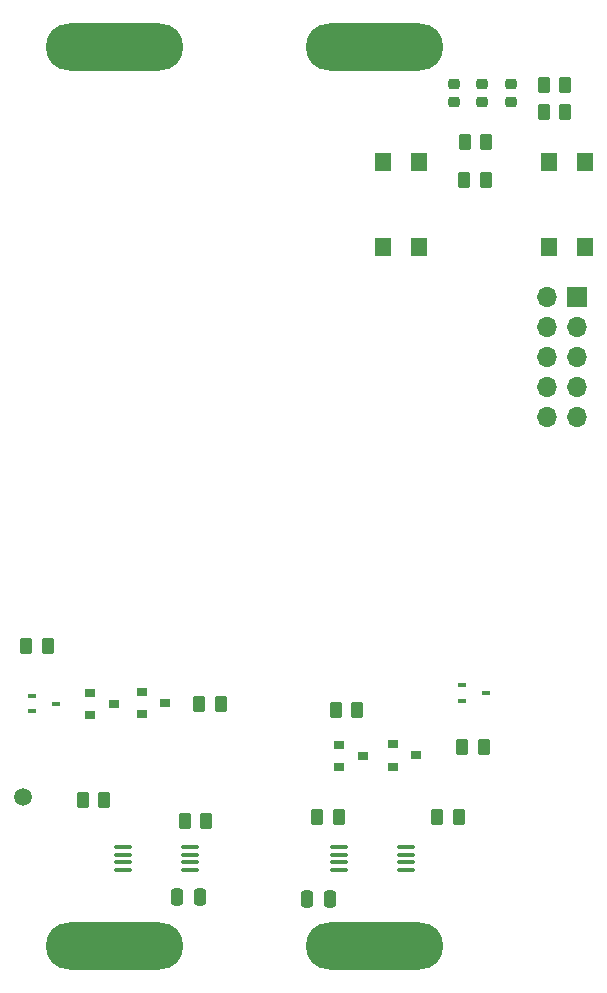
<source format=gbr>
%TF.GenerationSoftware,KiCad,Pcbnew,7.0.10*%
%TF.CreationDate,2025-01-07T15:55:25-07:00*%
%TF.ProjectId,HATB_ver_8.3.1,48415442-5f76-4657-925f-382e332e312e,8.3.1*%
%TF.SameCoordinates,Original*%
%TF.FileFunction,Soldermask,Bot*%
%TF.FilePolarity,Negative*%
%FSLAX46Y46*%
G04 Gerber Fmt 4.6, Leading zero omitted, Abs format (unit mm)*
G04 Created by KiCad (PCBNEW 7.0.10) date 2025-01-07 15:55:25*
%MOMM*%
%LPD*%
G01*
G04 APERTURE LIST*
G04 Aperture macros list*
%AMRoundRect*
0 Rectangle with rounded corners*
0 $1 Rounding radius*
0 $2 $3 $4 $5 $6 $7 $8 $9 X,Y pos of 4 corners*
0 Add a 4 corners polygon primitive as box body*
4,1,4,$2,$3,$4,$5,$6,$7,$8,$9,$2,$3,0*
0 Add four circle primitives for the rounded corners*
1,1,$1+$1,$2,$3*
1,1,$1+$1,$4,$5*
1,1,$1+$1,$6,$7*
1,1,$1+$1,$8,$9*
0 Add four rect primitives between the rounded corners*
20,1,$1+$1,$2,$3,$4,$5,0*
20,1,$1+$1,$4,$5,$6,$7,0*
20,1,$1+$1,$6,$7,$8,$9,0*
20,1,$1+$1,$8,$9,$2,$3,0*%
G04 Aperture macros list end*
%ADD10R,1.700000X1.700000*%
%ADD11O,1.700000X1.700000*%
%ADD12O,8.000000X4.000000*%
%ADD13RoundRect,0.100000X-0.637500X-0.100000X0.637500X-0.100000X0.637500X0.100000X-0.637500X0.100000X0*%
%ADD14RoundRect,0.250000X0.262500X0.450000X-0.262500X0.450000X-0.262500X-0.450000X0.262500X-0.450000X0*%
%ADD15RoundRect,0.250000X-0.262500X-0.450000X0.262500X-0.450000X0.262500X0.450000X-0.262500X0.450000X0*%
%ADD16R,0.900000X0.800000*%
%ADD17R,1.400000X1.600000*%
%ADD18C,1.500000*%
%ADD19RoundRect,0.250000X0.250000X0.475000X-0.250000X0.475000X-0.250000X-0.475000X0.250000X-0.475000X0*%
%ADD20R,0.700000X0.450000*%
%ADD21RoundRect,0.218750X-0.256250X0.218750X-0.256250X-0.218750X0.256250X-0.218750X0.256250X0.218750X0*%
%ADD22RoundRect,0.250000X-0.250000X-0.475000X0.250000X-0.475000X0.250000X0.475000X-0.250000X0.475000X0*%
G04 APERTURE END LIST*
D10*
%TO.C,P10*%
X217400000Y-73110000D03*
D11*
X214860000Y-73110000D03*
X217400000Y-75650000D03*
X214860000Y-75650000D03*
X217400000Y-78190000D03*
X214860000Y-78190000D03*
X217400000Y-80730000D03*
X214860000Y-80730000D03*
X217400000Y-83270000D03*
X214860000Y-83270000D03*
%TD*%
D12*
%TO.C,BT1*%
X202120000Y-51950000D03*
X198500000Y-51950000D03*
X198500000Y-128050000D03*
X202120000Y-128050000D03*
%TD*%
%TO.C,BT2*%
X180120000Y-51950000D03*
X176500000Y-51950000D03*
X180120000Y-128050000D03*
X176500000Y-128050000D03*
%TD*%
D13*
%TO.C,Q4*%
X178967503Y-121649400D03*
X178967503Y-120999400D03*
X178967503Y-120349400D03*
X178967503Y-119699400D03*
X184692503Y-119699400D03*
X184692503Y-120349400D03*
X184692503Y-120999400D03*
X184692503Y-121649400D03*
%TD*%
D14*
%TO.C,R34*%
X216462500Y-55200000D03*
X214637500Y-55200000D03*
%TD*%
%TO.C,R31*%
X209542500Y-111190000D03*
X207717500Y-111190000D03*
%TD*%
D15*
%TO.C,R25*%
X197017500Y-108070000D03*
X198842500Y-108070000D03*
%TD*%
%TO.C,R26*%
X205587500Y-117130000D03*
X207412500Y-117130000D03*
%TD*%
D16*
%TO.C,D6*%
X180590000Y-106540000D03*
X182590000Y-107490000D03*
X180590000Y-108440000D03*
%TD*%
D13*
%TO.C,Q2*%
X197247502Y-121649400D03*
X197247502Y-120999400D03*
X197247502Y-120349400D03*
X197247502Y-119699400D03*
X202972502Y-119699400D03*
X202972502Y-120349400D03*
X202972502Y-120999400D03*
X202972502Y-121649400D03*
%TD*%
D14*
%TO.C,R36*%
X209770000Y-59990000D03*
X207945000Y-59990000D03*
%TD*%
%TO.C,R35*%
X216462500Y-57490000D03*
X214637500Y-57490000D03*
%TD*%
D16*
%TO.C,D7*%
X176240000Y-106640000D03*
X178240000Y-107590000D03*
X176240000Y-108540000D03*
%TD*%
D17*
%TO.C,PB1*%
X215080000Y-61690000D03*
X215080000Y-68890000D03*
X218080000Y-61690000D03*
X218080000Y-68890000D03*
%TD*%
D15*
%TO.C,R28*%
X185447500Y-107580000D03*
X187272500Y-107580000D03*
%TD*%
D16*
%TO.C,D5*%
X201840000Y-110980000D03*
X203840000Y-111930000D03*
X201840000Y-112880000D03*
%TD*%
D15*
%TO.C,R30*%
X184227500Y-117520000D03*
X186052500Y-117520000D03*
%TD*%
D14*
%TO.C,R32*%
X172622500Y-102690000D03*
X170797500Y-102690000D03*
%TD*%
%TO.C,R29*%
X177422500Y-115690000D03*
X175597500Y-115690000D03*
%TD*%
D17*
%TO.C,PB2*%
X201040000Y-61690000D03*
X201040000Y-68890000D03*
X204040000Y-68890000D03*
X204040000Y-61690000D03*
%TD*%
D18*
%TO.C,GND1*%
X170560000Y-115480000D03*
%TD*%
D14*
%TO.C,R33*%
X209712500Y-63260000D03*
X207887500Y-63260000D03*
%TD*%
D19*
%TO.C,C25*%
X196500000Y-124110000D03*
X194600000Y-124110000D03*
%TD*%
D20*
%TO.C,Q1*%
X207730000Y-107310000D03*
X207730000Y-106010000D03*
X209730000Y-106660000D03*
%TD*%
D21*
%TO.C,LED2*%
X209410000Y-55052500D03*
X209410000Y-56627500D03*
%TD*%
D22*
%TO.C,C26*%
X183580000Y-123890000D03*
X185480000Y-123890000D03*
%TD*%
D14*
%TO.C,R27*%
X197245000Y-117130000D03*
X195420000Y-117130000D03*
%TD*%
D21*
%TO.C,LED1*%
X211850000Y-55052500D03*
X211850000Y-56627500D03*
%TD*%
D16*
%TO.C,D4*%
X197280000Y-111050000D03*
X199280000Y-112000000D03*
X197280000Y-112950000D03*
%TD*%
D21*
%TO.C,LED3*%
X207000000Y-55052500D03*
X207000000Y-56627500D03*
%TD*%
D20*
%TO.C,Q3*%
X171330000Y-108200000D03*
X171330000Y-106900000D03*
X173330000Y-107550000D03*
%TD*%
M02*

</source>
